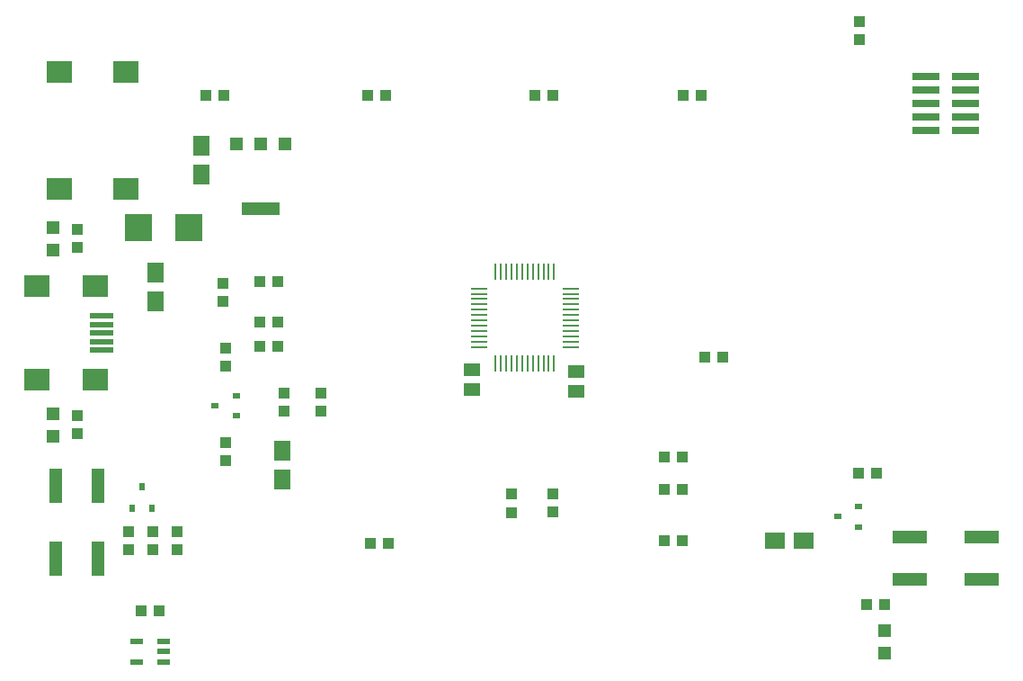
<source format=gtp>
G75*
G70*
%OFA0B0*%
%FSLAX24Y24*%
%IPPOS*%
%LPD*%
%AMOC8*
5,1,8,0,0,1.08239X$1,22.5*
%
%ADD10R,0.0098X0.0591*%
%ADD11R,0.0591X0.0098*%
%ADD12R,0.0276X0.0236*%
%ADD13R,0.0394X0.0433*%
%ADD14R,0.0472X0.0472*%
%ADD15R,0.0433X0.0394*%
%ADD16R,0.0512X0.0512*%
%ADD17R,0.1417X0.0512*%
%ADD18R,0.0591X0.0768*%
%ADD19R,0.0945X0.0787*%
%ADD20R,0.0909X0.0197*%
%ADD21R,0.0591X0.0512*%
%ADD22R,0.1000X0.1000*%
%ADD23R,0.1260X0.0472*%
%ADD24R,0.1024X0.0256*%
%ADD25R,0.0768X0.0591*%
%ADD26R,0.0472X0.1260*%
%ADD27R,0.0236X0.0276*%
%ADD28R,0.0472X0.0217*%
D10*
X018817Y012637D03*
X019014Y012637D03*
X019211Y012637D03*
X019408Y012637D03*
X019605Y012637D03*
X019802Y012637D03*
X019998Y012637D03*
X020195Y012637D03*
X020392Y012637D03*
X020589Y012637D03*
X020786Y012637D03*
X020983Y012637D03*
X020983Y016022D03*
X020786Y016022D03*
X020589Y016022D03*
X020392Y016022D03*
X020195Y016022D03*
X019998Y016022D03*
X019802Y016022D03*
X019605Y016022D03*
X019408Y016022D03*
X019211Y016022D03*
X019014Y016022D03*
X018817Y016022D03*
D11*
X018207Y015412D03*
X018207Y015215D03*
X018207Y015019D03*
X018207Y014822D03*
X018207Y014625D03*
X018207Y014428D03*
X018207Y014231D03*
X018207Y014034D03*
X018207Y013837D03*
X018207Y013641D03*
X018207Y013444D03*
X018207Y013247D03*
X021593Y013247D03*
X021593Y013444D03*
X021593Y013641D03*
X021593Y013837D03*
X021593Y014034D03*
X021593Y014231D03*
X021593Y014428D03*
X021593Y014625D03*
X021593Y014822D03*
X021593Y015019D03*
X021593Y015215D03*
X021593Y015412D03*
D12*
X031500Y006956D03*
X032287Y006582D03*
X032287Y007330D03*
X009194Y010692D03*
X009194Y011440D03*
X008406Y011066D03*
D13*
X008800Y009700D03*
X008800Y009031D03*
X010969Y010859D03*
X010969Y011529D03*
X012325Y011529D03*
X012325Y010859D03*
X008800Y012531D03*
X008800Y013200D03*
X008700Y014931D03*
X008700Y015600D03*
X003300Y016928D03*
X003300Y017597D03*
X003300Y010697D03*
X003300Y010028D03*
X005203Y006394D03*
X005203Y005725D03*
X006103Y005725D03*
X006103Y006394D03*
X006992Y006394D03*
X006992Y005725D03*
X019408Y007114D03*
X019408Y007783D03*
X020950Y007794D03*
X020950Y007125D03*
X032300Y024631D03*
X032300Y025300D03*
D14*
X033250Y002720D03*
X033250Y001893D03*
X002400Y009949D03*
X002400Y010776D03*
X002400Y016849D03*
X002400Y017676D03*
D15*
X008065Y022566D03*
X008735Y022566D03*
X014065Y022566D03*
X014735Y022566D03*
X020265Y022566D03*
X020935Y022566D03*
X025765Y022566D03*
X026435Y022566D03*
X026565Y012866D03*
X027235Y012866D03*
X025735Y009163D03*
X025065Y009163D03*
X025065Y007956D03*
X025735Y007956D03*
X025735Y006050D03*
X025065Y006050D03*
X032265Y008556D03*
X032935Y008556D03*
X033247Y003709D03*
X032578Y003709D03*
X014835Y005950D03*
X014165Y005950D03*
X006335Y003450D03*
X005665Y003450D03*
X010065Y013266D03*
X010735Y013266D03*
X010735Y014166D03*
X010065Y014166D03*
X010065Y015666D03*
X010735Y015666D03*
D16*
X011006Y020767D03*
X010100Y020767D03*
X009194Y020767D03*
D17*
X010100Y018365D03*
D18*
X007900Y019624D03*
X007900Y020707D03*
X006200Y016007D03*
X006200Y014924D03*
X010900Y009407D03*
X010900Y008324D03*
D19*
X003978Y012030D03*
X001813Y012030D03*
X001813Y015495D03*
X003978Y015495D03*
X005091Y019100D03*
X002650Y019100D03*
X002650Y023431D03*
X005091Y023431D03*
D20*
X004200Y014393D03*
X004200Y014078D03*
X004200Y013763D03*
X004200Y013448D03*
X004200Y013133D03*
D21*
X017937Y012408D03*
X017937Y011660D03*
X021800Y011592D03*
X021800Y012340D03*
D22*
X007425Y017666D03*
X005575Y017666D03*
D23*
X034161Y006200D03*
X034161Y004625D03*
X036839Y004625D03*
X036839Y006200D03*
D24*
X036228Y021266D03*
X036228Y021766D03*
X036228Y022266D03*
X036228Y022766D03*
X036228Y023266D03*
X034772Y023266D03*
X034772Y022766D03*
X034772Y022266D03*
X034772Y021766D03*
X034772Y021266D03*
D25*
X030241Y006050D03*
X029159Y006050D03*
D26*
X004087Y005411D03*
X002513Y005411D03*
X002513Y008089D03*
X004087Y008089D03*
D27*
X005326Y007266D03*
X006074Y007266D03*
X005700Y008053D03*
D28*
X005488Y001576D03*
X005488Y002324D03*
X006512Y002324D03*
X006512Y001950D03*
X006512Y001576D03*
M02*

</source>
